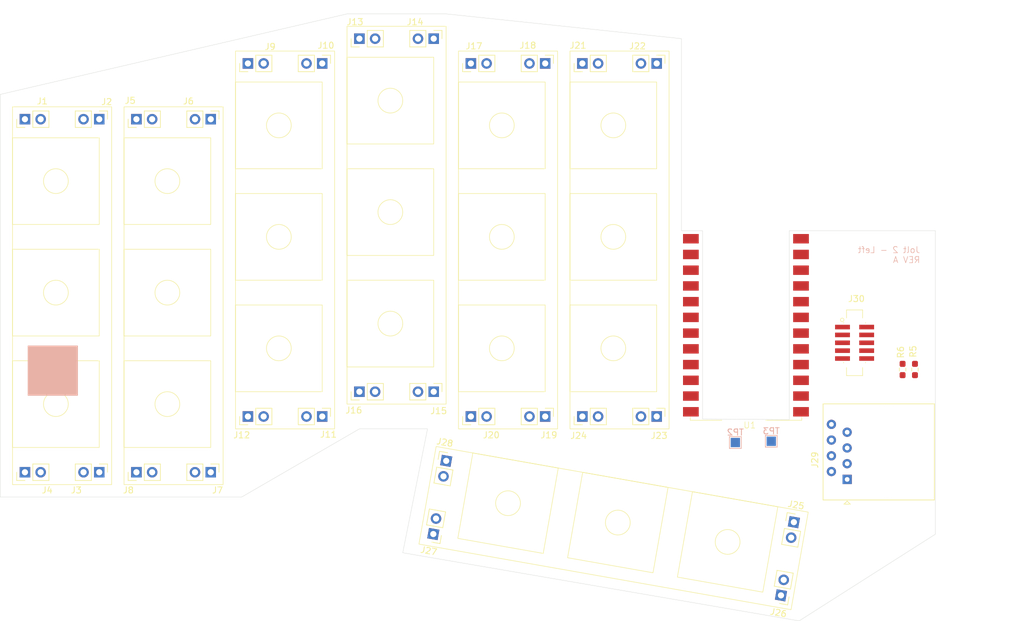
<source format=kicad_pcb>
(kicad_pcb (version 20240108) (generator "pcbnew") (generator_version "8.0")
  (layers (0 "F.Cu" signal) (31 "B.Cu" signal) (34 "B.Paste" user) (35 "F.Paste" user) (36 "B.SilkS" user "B.Silkscreen") (37 "F.SilkS" user "F.Silkscreen") (38 "B.Mask" user) (39 "F.Mask" user) (44 "Edge.Cuts" user))
  (net 0 "")
  (net 1 "/COL-A")
  (net 2 "/ROW-A")
  (net 3 "/ROW-B")
  (net 4 "/ROW-C")
  (net 5 "/ROW-D")
  (net 6 "/ROW-E")
  (net 7 "/ROW-F")
  (net 8 "/COL-B")
  (net 9 "/COL-C")
  (net 10 "/COL-D")
  (net 11 "SERRX")
  (net 12 "SERTX")
  (net 13 "RUN")
  (net 14 "VBUS")
  (net 15 "GND")
  (net 16 "+3.3V")
  (net 17 "Net-(R5-Pad1)")
  (net 18 "Net-(R6-Pad1)")
  (net 19 "SWDIO")
  (net 20 "SWCLK")
  (footprint "Connector_PinHeader_2.54mm:PinHeader_1x02_P2.54mm_Vertical" (layer "F.Cu") (at 95 72 90)
    (property "Reference" "J13" (at 2.7 -0.7 180) (layer "F.SilkS"))
    (property "Value" "Conn_01x02_Pin")
    (fp_line (start -1.33 -1.33) (end 0 -1.33) (stroke (width 0.12)) (layer "F.SilkS"))
    (fp_line (start -1.33 0) (end -1.33 -1.33) (stroke (width 0.12)) (layer "F.SilkS"))
    (fp_line (start 1.33 1.27) (end 1.33 3.87) (stroke (width 0.12)) (layer "F.SilkS"))
    (fp_line (start -1.33 1.27) (end 1.33 1.27) (stroke (width 0.12)) (layer "F.SilkS"))
    (fp_line (start -1.33 1.27) (end -1.33 3.87) (stroke (width 0.12)) (layer "F.SilkS"))
    (fp_line (start -1.33 3.87) (end 1.33 3.87) (stroke (width 0.12)) (layer "F.SilkS"))
    (pad "1" thru_hole rect (at 0 0 90) (size 1.7 1.7) (drill 1) (layers "*.Cu" "*.Mask") (net 8 "/COL-B"))
    (pad "2" thru_hole oval (at 0 2.54 90) (size 1.7 1.7) (drill 1) (layers "*.Cu" "*.Mask") (net 8 "/COL-B"))
  )
  (footprint "Connector_PinHeader_2.54mm:PinHeader_1x02_P2.54mm_Vertical" (layer "F.Cu") (at 113 133 90)
    (property "Reference" "J20" (at -3 3.3 180) (layer "F.SilkS"))
    (property "Value" "Conn_01x02_Pin")
    (fp_line (start -1.33 -1.33) (end 0 -1.33) (stroke (width 0.12)) (layer "F.SilkS"))
    (fp_line (start -1.33 0) (end -1.33 -1.33) (stroke (width 0.12)) (layer "F.SilkS"))
    (fp_line (start 1.33 1.27) (end 1.33 3.87) (stroke (width 0.12)) (layer "F.SilkS"))
    (fp_line (start -1.33 1.27) (end 1.33 1.27) (stroke (width 0.12)) (layer "F.SilkS"))
    (fp_line (start -1.33 1.27) (end -1.33 3.87) (stroke (width 0.12)) (layer "F.SilkS"))
    (fp_line (start -1.33 3.87) (end 1.33 3.87) (stroke (width 0.12)) (layer "F.SilkS"))
    (pad "1" thru_hole rect (at 0 0 90) (size 1.7 1.7) (drill 1) (layers "*.Cu" "*.Mask") (net 4 "/ROW-C"))
    (pad "2" thru_hole oval (at 0 2.54 90) (size 1.7 1.7) (drill 1) (layers "*.Cu" "*.Mask") (net 4 "/ROW-C"))
  )
  (footprint "davidb-keyboard-foot:SparkFun_Pro_Micro_RP2350" (layer "F.Cu") (at 148.52 133.51)
    (property "Reference" "U1" (at 9.5 0.9 0) (layer "F.SilkS") (effects (font (thickness 0.1))))
    (property "Value" "~")
    (fp_line (start -0.1 0.1) (end -0.1 -0.4) (stroke (width 0.1)) (layer "F.SilkS"))
    (fp_line (start 5 0.1) (end -0.1 0.1) (stroke (width 0.1)) (layer "F.SilkS"))
    (fp_line (start 12.1 0.1) (end 17.9 0.1) (stroke (width 0.1)) (layer "F.SilkS"))
    (fp_line (start 17.9 0.1) (end 17.9 -0.4) (stroke (width 0.1)) (layer "F.SilkS"))
    (pad "2" smd rect (at 0 -19.05) (size 2.54 1.524) (layers "F.Cu" "F.Paste" "F.Mask") (net 2 "/ROW-A"))
    (pad "3" smd rect (at 0 -16.51) (size 2.54 1.524) (layers "F.Cu" "F.Paste" "F.Mask") (net 3 "/ROW-B"))
    (pad "3V3" smd rect (at 17.78 -21.59) (size 2.54 1.524) (layers "F.Cu" "F.Paste" "F.Mask") (net 16 "+3.3V"))
    (pad "4" smd rect (at 0 -13.97) (size 2.54 1.524) (layers "F.Cu" "F.Paste" "F.Mask") (net 4 "/ROW-C"))
    (pad "5" smd rect (at 0 -11.43) (size 2.54 1.524) (layers "F.Cu" "F.Paste" "F.Mask") (net 5 "/ROW-D"))
    (pad "6" smd rect (at 0 -8.89) (size 2.54 1.524) (layers "F.Cu" "F.Paste" "F.Mask") (net 6 "/ROW-E"))
    (pad "7" smd rect (at 0 -6.35) (size 2.54 1.524) (layers "F.Cu" "F.Paste" "F.Mask") (net 7 "/ROW-F"))
    (pad "8" smd rect (at 0 -3.81) (size 2.54 1.524) (layers "F.Cu" "F.Paste" "F.Mask"))
    (pad "9" smd rect (at 0 -1.27) (size 2.54 1.524) (layers "F.Cu" "F.Paste" "F.Mask"))
    (pad "21" smd rect (at 17.78 -1.27) (size 2.54 1.524) (layers "F.Cu" "F.Paste" "F.Mask"))
    (pad "A0" smd rect (at 17.78 -11.43) (size 2.54 1.524) (layers "F.Cu" "F.Paste" "F.Mask") (net 1 "/COL-A"))
    (pad "A1" smd rect (at 17.78 -13.97) (size 2.54 1.524) (layers "F.Cu" "F.Paste" "F.Mask") (net 8 "/COL-B"))
    (pad "A2" smd rect (at 17.78 -16.51) (size 2.54 1.524) (layers "F.Cu" "F.Paste" "F.Mask") (net 9 "/COL-C"))
    (pad "A3" smd rect (at 17.78 -19.05) (size 2.54 1.524) (layers "F.Cu" "F.Paste" "F.Mask") (net 10 "/COL-D"))
    (pad "CI" smd rect (at 17.78 -6.35) (size 2.54 1.524) (layers "F.Cu" "F.Paste" "F.Mask"))
    (pad "CO" smd rect (at 17.78 -3.81) (size 2.54 1.524) (layers "F.Cu" "F.Paste" "F.Mask"))
    (pad "GND" smd rect (at 0 -24.13) (size 2.54 1.524) (layers "F.Cu" "F.Paste" "F.Mask") (net 15 "GND"))
    (pad "GND" smd rect (at 0 -21.59) (size 2.54 1.524) (layers "F.Cu" "F.Paste" "F.Mask") (net 15 "GND"))
    (pad "GND" smd rect (at 17.78 -26.67) (size 2.54 1.524) (layers "F.Cu" "F.Paste" "F.Mask") (net 15 "GND"))
    (pad "RAW" smd rect (at 17.78 -29.21) (size 2.54 1.524) (layers "F.Cu" "F.Paste" "F.Mask") (net 14 "VBUS"))
    (pad "RST" smd rect (at 17.78 -24.13) (size 2.54 1.524) (layers "F.Cu" "F.Paste" "F.Mask"))
    (pad "RX" smd rect (at 0 -26.67) (size 2.54 1.524) (layers "F.Cu" "F.Paste" "F.Mask") (net 18 "Net-(R6-Pad1)"))
    (pad "SCK" smd rect (at 17.78 -8.89) (size 2.54 1.524) (layers "F.Cu" "F.Paste" "F.Mask"))
    (pad "TX" smd rect (at 0 -29.21) (size 2.54 1.524) (layers "F.Cu" "F.Paste" "F.Mask") (net 17 "Net-(R5-Pad1)"))
  )
  (footprint "Connector_PinHeader_2.54mm:PinHeader_1x02_P2.54mm_Vertical" (layer "F.Cu") (at 89 76 -90)
    (property "Reference" "J10" (at -2.9 -0.6 180) (layer "F.SilkS"))
    (property "Value" "Conn_01x02_Pin")
    (fp_line (start -1.33 3.87) (end 1.33 3.87) (stroke (width 0.12)) (layer "F.SilkS"))
    (fp_line (start -1.33 1.27) (end -1.33 3.87) (stroke (width 0.12)) (layer "F.SilkS"))
    (fp_line (start -1.33 1.27) (end 1.33 1.27) (stroke (width 0.12)) (layer "F.SilkS"))
    (fp_line (start 1.33 1.27) (end 1.33 3.87) (stroke (width 0.12)) (layer "F.SilkS"))
    (fp_line (start -1.33 0) (end -1.33 -1.33) (stroke (width 0.12)) (layer "F.SilkS"))
    (fp_line (start -1.33 -1.33) (end 0 -1.33) (stroke (width 0.12)) (layer "F.SilkS"))
    (pad "1" thru_hole rect (at 0 0 270) (size 1.7 1.7) (drill 1) (layers "*.Cu" "*.Mask") (net 2 "/ROW-A"))
    (pad "2" thru_hole oval (at 0 2.54 270) (size 1.7 1.7) (drill 1) (layers "*.Cu" "*.Mask") (net 2 "/ROW-A"))
  )
  (footprint "Connector_PinHeader_2.54mm:PinHeader_1x02_P2.54mm_Vertical" (layer "F.Cu") (at 165.1509 150.0605 -10)
    (property "Reference" "J25" (at -0.135557 -2.779198 170) (layer "F.SilkS"))
    (property "Value" "Conn_01x02_Pin")
    (fp_line (start -1.33 3.87) (end 1.33 3.87) (stroke (width 0.12)) (layer "F.SilkS"))
    (fp_line (start -1.329999 1.27) (end -1.33 3.87) (stroke (width 0.12)) (layer "F.SilkS"))
    (fp_line (start -1.329999 1.27) (end 1.33 1.27) (stroke (width 0.12)) (layer "F.SilkS"))
    (fp_line (start -1.33 0) (end -1.33 -1.33) (stroke (width 0.12)) (layer "F.SilkS"))
    (fp_line (start -1.33 -1.33) (end 0 -1.33) (stroke (width 0.12)) (layer "F.SilkS"))
    (fp_line (start 1.33 1.27) (end 1.33 3.87) (stroke (width 0.12)) (layer "F.SilkS"))
    (pad "1" thru_hole rect (at 0 0 350) (size 1.7 1.7) (drill 1) (layers "*.Cu" "*.Mask") (net 10 "/COL-D"))
    (pad "2" thru_hole oval (at 0 2.54 350) (size 1.7 1.7) (drill 1) (layers "*.Cu" "*.Mask") (net 10 "/COL-D"))
  )
  (footprint "Resistor_SMD:R_0603_1608Metric_Pad0.98x0.95mm_HandSolder" (layer "F.Cu") (at 184.7 125.4125 -90)
    (property "Reference" "R5" (at -2.9 0.3 90) (layer "F.SilkS"))
    (property "Value" "27")
    (fp_line (start -0.254724 0.5225) (end 0.254724 0.5225) (stroke (width 0.12)) (layer "F.SilkS"))
    (fp_line (start -0.254724 -0.5225) (end 0.254724 -0.5225) (stroke (width 0.12)) (layer "F.SilkS"))
    (pad "1" smd roundrect (at -0.9125 0 270) (size 0.975 0.95) (layers "F.Cu" "F.Paste" "F.Mask") (net 17 "Net-(R5-Pad1)"))
    (pad "2" smd roundrect (at 0.9125 0 270) (size 0.975 0.95) (layers "F.Cu" "F.Paste" "F.Mask") (net 12 "SERTX"))
  )
  (footprint "Connector_PinHeader_2.54mm:PinHeader_1x02_P2.54mm_Vertical" (layer "F.Cu") (at 59 85 90)
    (property "Reference" "J5" (at 3 -1 180) (layer "F.SilkS"))
    (property "Value" "Conn_01x02_Pin")
    (fp_line (start -1.33 -1.33) (end 0 -1.33) (stroke (width 0.12)) (layer "F.SilkS"))
    (fp_line (start -1.33 0) (end -1.33 -1.33) (stroke (width 0.12)) (layer "F.SilkS"))
    (fp_line (start 1.33 1.27) (end 1.33 3.87) (stroke (width 0.12)) (layer "F.SilkS"))
    (fp_line (start -1.33 1.27) (end 1.33 1.27) (stroke (width 0.12)) (layer "F.SilkS"))
    (fp_line (start -1.33 1.27) (end -1.33 3.87) (stroke (width 0.12)) (layer "F.SilkS"))
    (fp_line (start -1.33 3.87) (end 1.33 3.87) (stroke (width 0.12)) (layer "F.SilkS"))
    (pad "1" thru_hole rect (at 0 0 90) (size 1.7 1.7) (drill 1) (layers "*.Cu" "*.Mask") (net 1 "/COL-A"))
    (pad "2" thru_hole oval (at 0 2.54 90) (size 1.7 1.7) (drill 1) (layers "*.Cu" "*.Mask") (net 1 "/COL-A"))
  )
  (footprint "Connector_RJ:RJ45_Amphenol_54602-x08_Horizontal" (layer "F.Cu") (at 173.75 143.16 90)
    (property "Reference" "J29" (at 3.145 -5.2 90) (layer "F.SilkS"))
    (property "Value" "RJ45")
    (fp_line (start 12.205 -3.88) (end -3.315 -3.88) (stroke (width 0.12)) (layer "F.SilkS"))
    (fp_line (start 12.205 -3.88) (end 12.205 14.08) (stroke (width 0.12)) (layer "F.SilkS"))
    (fp_line (start -3.315 -3.88) (end -3.315 14.08) (stroke (width 0.12)) (layer "F.SilkS"))
    (fp_line (start -4 -0.5) (end -4 0.5) (stroke (width 0.12)) (layer "F.SilkS"))
    (fp_line (start -3.5 0) (end -4 -0.5) (stroke (width 0.12)) (layer "F.SilkS"))
    (fp_line (start -4 0.5) (end -3.5 0) (stroke (width 0.12)) (layer "F.SilkS"))
    (fp_line (start -3.315 14.08) (end 12.205 14.08) (stroke (width 0.12)) (layer "F.SilkS"))
    (pad "" np_thru_hole circle (at -1.27 6.35 90) (size 3.2 3.2) (drill 3.2) (layers "*.Cu" "*.Mask"))
    (pad "" np_thru_hole circle (at 10.16 6.35 90) (size 3.2 3.2) (drill 3.2) (layers "*.Cu" "*.Mask"))
    (pad "1" thru_hole rect (at 0 0 90) (size 1.5 1.5) (drill 0.76) (layers "*.Cu" "*.Mask") (net 11 "SERRX"))
    (pad "2" thru_hole circle (at 1.27 -2.54 90) (size 1.5 1.5) (drill 0.76) (layers "*.Cu" "*.Mask") (net 15 "GND"))
    (pad "3" thru_hole circle (at 2.54 0 90) (size 1.5 1.5) (drill 0.76) (layers "*.Cu" "*.Mask") (net 12 "SERTX"))
    (pad "4" thru_hole circle (at 3.81 -2.54 90) (size 1.5 1.5) (drill 0.76) (layers "*.Cu" "*.Mask") (net 14 "VBUS"))
    (pad "5" thru_hole circle (at 5.08 0 90) (size 1.5 1.5) (drill 0.76) (layers "*.Cu" "*.Mask") (net 14 "VBUS"))
    (pad "6" thru_hole circle (at 6.35 -2.54 90) (size 1.5 1.5) (drill 0.76) (layers "*.Cu" "*.Mask") (net 15 "GND"))
    (pad "7" thru_hole circle (at 7.62 0 90) (size 1.5 1.5) (drill 0.76) (layers "*.Cu" "*.Mask") (net 15 "GND"))
    (pad "8" thru_hole circle (at 8.89 -2.54 90) (size 1.5 1.5) (drill 0.76) (layers "*.Cu" "*.Mask") (net 15 "GND"))
  )
  (footprint "Connector_PinHeader_2.54mm:PinHeader_1x02_P2.54mm_Vertical" (layer "F.Cu") (at 77 133 90)
    (property "Reference" "J12" (at -3 -1 180) (layer "F.SilkS"))
    (property "Value" "Conn_01x02_Pin")
    (fp_line (start -1.33 -1.33) (end 0 -1.33) (stroke (width 0.12)) (layer "F.SilkS"))
    (fp_line (start -1.33 0) (end -1.33 -1.33) (stroke (width 0.12)) (layer "F.SilkS"))
    (fp_line (start 1.33 1.27) (end 1.33 3.87) (stroke (width 0.12)) (layer "F.SilkS"))
    (fp_line (start -1.33 1.27) (end 1.33 1.27) (stroke (width 0.12)) (layer "F.SilkS"))
    (fp_line (start -1.33 1.27) (end -1.33 3.87) (stroke (width 0.12)) (layer "F.SilkS"))
    (fp_line (start -1.33 3.87) (end 1.33 3.87) (stroke (width 0.12)) (layer "F.SilkS"))
    (pad "1" thru_hole rect (at 0 0 90) (size 1.7 1.7) (drill 1) (layers "*.Cu" "*.Mask") (net 4 "/ROW-C"))
    (pad "2" thru_hole oval (at 0 2.54 90) (size 1.7 1.7) (drill 1) (layers "*.Cu" "*.Mask") (net 4 "/ROW-C"))
  )
  (footprint "Connector_PinHeader_2.54mm:PinHeader_1x02_P2.54mm_Vertical" (layer "F.Cu") (at 53 85 -90)
    (property "Reference" "J2" (at -2.8 -1.2 180) (layer "F.SilkS"))
    (property "Value" "Conn_01x02_Pin")
    (fp_line (start -1.33 3.87) (end 1.33 3.87) (stroke (width 0.12)) (layer "F.SilkS"))
    (fp_line (start -1.33 1.27) (end -1.33 3.87) (stroke (width 0.12)) (layer "F.SilkS"))
    (fp_line (start -1.33 1.27) (end 1.33 1.27) (stroke (width 0.12)) (layer "F.SilkS"))
    (fp_line (start 1.33 1.27) (end 1.33 3.87) (stroke (width 0.12)) (layer "F.SilkS"))
    (fp_line (start -1.33 0) (end -1.33 -1.33) (stroke (width 0.12)) (layer "F.SilkS"))
    (fp_line (start -1.33 -1.33) (end 0 -1.33) (stroke (width 0.12)) (layer "F.SilkS"))
    (pad "1" thru_hole rect (at 0 0 270) (size 1.7 1.7) (drill 1) (layers "*.Cu" "*.Mask") (net 2 "/ROW-A"))
    (pad "2" thru_hole oval (at 0 2.54 270) (size 1.7 1.7) (drill 1) (layers "*.Cu" "*.Mask") (net 2 "/ROW-A"))
  )
  (footprint "Connector_PinHeader_2.54mm:PinHeader_1x02_P2.54mm_Vertical" (layer "F.Cu") (at 77 76 90)
    (property "Reference" "J9" (at 2.7 3.6 180) (layer "F.SilkS"))
    (property "Value" "Conn_01x02_Pin")
    (fp_line (start -1.33 -1.33) (end 0 -1.33) (stroke (width 0.12)) (layer "F.SilkS"))
    (fp_line (start -1.33 0) (end -1.33 -1.33) (stroke (width 0.12)) (layer "F.SilkS"))
    (fp_line (start 1.33 1.27) (end 1.33 3.87) (stroke (width 0.12)) (layer "F.SilkS"))
    (fp_line (start -1.33 1.27) (end 1.33 1.27) (stroke (width 0.12)) (layer "F.SilkS"))
    (fp_line (start -1.33 1.27) (end -1.33 3.87) (stroke (width 0.12)) (layer "F.SilkS"))
    (fp_line (start -1.33 3.87) (end 1.33 3.87) (stroke (width 0.12)) (layer "F.SilkS"))
    (pad "1" thru_hole rect (at 0 0 90) (size 1.7 1.7) (drill 1) (layers "*.Cu" "*.Mask") (net 8 "/COL-B"))
    (pad "2" thru_hole oval (at 0 2.54 90) (size 1.7 1.7) (drill 1) (layers "*.Cu" "*.Mask") (net 8 "/COL-B"))
  )
  (footprint "Connector_PinHeader_2.54mm:PinHeader_1x02_P2.54mm_Vertical" (layer "F.Cu") (at 131 76 90)
    (property "Reference" "J21" (at 2.9 -0.7 180) (layer "F.SilkS"))
    (property "Value" "Conn_01x02_Pin")
    (fp_line (start -1.33 -1.33) (end 0 -1.33) (stroke (width 0.12)) (layer "F.SilkS"))
    (fp_line (start -1.33 0) (end -1.33 -1.33) (stroke (width 0.12)) (layer "F.SilkS"))
    (fp_line (start 1.33 1.27) (end 1.33 3.87) (stroke (width 0.12)) (layer "F.SilkS"))
    (fp_line (start -1.33 1.27) (end 1.33 1.27) (stroke (width 0.12)) (layer "F.SilkS"))
    (fp_line (start -1.33 1.27) (end -1.33 3.87) (stroke (width 0.12)) (layer "F.SilkS"))
    (fp_line (start -1.33 3.87) (end 1.33 3.87) (stroke (width 0.12)) (layer "F.SilkS"))
    (pad "1" thru_hole rect (at 0 0 90) (size 1.7 1.7) (drill 1) (layers "*.Cu" "*.Mask") (net 9 "/COL-C"))
    (pad "2" thru_hole oval (at 0 2.54 90) (size 1.7 1.7) (drill 1) (layers "*.Cu" "*.Mask") (net 9 "/COL-C"))
  )
  (footprint "Connector_PinHeader_2.54mm:PinHeader_1x02_P2.54mm_Vertical" (layer "F.Cu") (at 125 76 -90)
    (property "Reference" "J18" (at -2.9 2.8 180) (layer "F.SilkS"))
    (property "Value" "Conn_01x02_Pin")
    (fp_line (start -1.33 3.87) (end 1.33 3.87) (stroke (width 0.12)) (layer "F.SilkS"))
    (fp_line (start -1.33 1.27) (end -1.33 3.87) (stroke (width 0.12)) (layer "F.SilkS"))
    (fp_line (start -1.33 1.27) (end 1.33 1.27) (stroke (width 0.12)) (layer "F.SilkS"))
    (fp_line (start 1.33 1.27) (end 1.33 3.87) (stroke (width 0.12)) (layer "F.SilkS"))
    (fp_line (start -1.33 0) (end -1.33 -1.33) (stroke (width 0.12)) (layer "F.SilkS"))
    (fp_line (start -1.33 -1.33) (end 0 -1.33) (stroke (width 0.12)) (layer "F.SilkS"))
    (pad "1" thru_hole rect (at 0 0 270) (size 1.7 1.7) (drill 1) (layers "*.Cu" "*.Mask") (net 2 "/ROW-A"))
    (pad "2" thru_hole oval (at 0 2.54 270) (size 1.7 1.7) (drill 1) (layers "*.Cu" "*.Mask") (net 2 "/ROW-A"))
  )
  (footprint "davidb-keyboard-foot:Cortex-M-Debug10" (layer "F.Cu") (at 174.95 121.1)
    (property "Reference" "J30" (at 0.3 -7.1 0) (layer "F.SilkS"))
    (property "Value" "Conn_ARM_JTAG_SWD_10")
    (fp_line (start -1.765 -3.235) (end -1.765 -3.17) (stroke (width 0.12)) (layer "F.SilkS"))
    (fp_line (start -1.765 3.17) (end -1.765 3.235) (stroke (width 0.12)) (layer "F.SilkS"))
    (fp_line (start -1.3 -5.3) (end 1.3 -5.3) (stroke (width 0.1)) (layer "F.SilkS"))
    (fp_line (start -1.3 -4) (end -1.3 -5.3) (stroke (width 0.1)) (layer "F.SilkS"))
    (fp_line (start -1.3 4) (end -1.3 5.3) (stroke (width 0.1)) (layer "F.SilkS"))
    (fp_line (start -1.3 5.3) (end 1.3 5.3) (stroke (width 0.1)) (layer "F.SilkS"))
    (fp_line (start 1.3 -5.3) (end 1.3 -4) (stroke (width 0.1)) (layer "F.SilkS"))
    (fp_line (start 1.3 5.3) (end 1.3 4) (stroke (width 0.1)) (layer "F.SilkS"))
    (fp_line (start 1.765 -3.235) (end 1.765 -3.17) (stroke (width 0.12)) (layer "F.SilkS"))
    (fp_line (start 1.765 3.17) (end 1.765 3.235) (stroke (width 0.12)) (layer "F.SilkS"))
    (fp_circle (center -2 -3.7) (end -1.8 -3.9) (stroke (width 0.1)) (fill none) (layer "F.SilkS"))
    (pad "1" smd rect (at -1.95 -2.54) (size 2.4 0.74) (layers "F.Cu" "F.Paste" "F.Mask") (net 16 "+3.3V"))
    (pad "2" smd rect (at 1.95 -2.54) (size 2.4 0.74) (layers "F.Cu" "F.Paste" "F.Mask") (net 19 "SWDIO"))
    (pad "3" smd rect (at -1.95 -1.27) (size 2.4 0.74) (layers "F.Cu" "F.Paste" "F.Mask") (net 15 "GND"))
    (pad "4" smd rect (at 1.95 -1.27) (size 2.4 0.74) (layers "F.Cu" "F.Paste" "F.Mask") (net 20 "SWCLK"))
    (pad "5" smd rect (at -1.95 0) (size 2.4 0.74) (layers "F.Cu" "F.Paste" "F.Mask") (net 15 "GND"))
    (pad "6" smd rect (at 1.95 0) (size 2.4 0.74) (layers "F.Cu" "F.Paste" "F.Mask"))
    (pad "7" smd rect (at -1.95 1.27) (size 2.4 0.74) (layers "F.Cu" "F.Paste" "F.Mask"))
    (pad "8" smd rect (at 1.95 1.27) (size 2.4 0.74) (layers "F.Cu" "F.Paste" "F.Mask"))
    (pad "9" smd rect (at -1.95 2.54) (size 2.4 0.74) (layers "F.Cu" "F.Paste" "F.Mask") (net 15 "GND"))
    (pad "10" smd rect (at 1.95 2.54) (size 2.4 0.74) (layers "F.Cu" "F.Paste" "F.Mask") (net 13 "RUN"))
  )
  (footprint "Connector_PinHeader_2.54mm:PinHeader_1x02_P2.54mm_Vertical" (layer "F.Cu") (at 107 129 -90)
    (property "Reference" "J15" (at 3.1 -0.8 180) (layer "F.SilkS"))
    (property "Value" "Conn_01x02_Pin")
    (fp_line (start -1.33 3.87) (end 1.33 3.87) (stroke (width 0.12)) (layer "F.SilkS"))
    (fp_line (start -1.33 1.27) (end -1.33 3.87) (stroke (width 0.12)) (layer "F.SilkS"))
    (fp_line (start -1.33 1.27) (end 1.33 1.27) (stroke (width 0.12)) (layer "F.SilkS"))
    (fp_line (start 1.33 1.27) (end 1.33 3.87) (stroke (width 0.12)) (layer "F.SilkS"))
    (fp_line (start -1.33 0) (end -1.33 -1.33) (stroke (width 0.12)) (layer "F.SilkS"))
    (fp_line (start -1.33 -1.33) (end 0 -1.33) (stroke (width 0.12)) (layer "F.SilkS"))
    (pad "1" thru_hole rect (at 0 0 270) (size 1.7 1.7) (drill 1) (layers "*.Cu" "*.Mask") (net 6 "/ROW-E"))
    (pad "2" thru_hole oval (at 0 2.54 270) (size 1.7 1.7) (drill 1) (layers "*.Cu" "*.Mask") (net 6 "/ROW-E"))
  )
  (footprint "Connector_PinHeader_2.54mm:PinHeader_1x02_P2.54mm_Vertical" (layer "F.Cu") (at 106.9331 151.9803 170)
    (property "Reference" "J27" (at 0.24966 -2.805717 170) (layer "F.SilkS"))
    (property "Value" "Conn_01x02_Pin")
    (fp_line (start 1.33 1.27) (end 1.33 3.87) (stroke (width 0.12)) (layer "F.SilkS"))
    (fp_line (start -1.33 -1.33) (end 0 -1.33) (stroke (width 0.12)) (layer "F.SilkS"))
    (fp_line (start -1.33 0) (end -1.33 -1.33) (stroke (width 0.12)) (layer "F.SilkS"))
    (fp_line (start -1.329999 1.27) (end 1.33 1.27) (stroke (width 0.12)) (layer "F.SilkS"))
    (fp_line (start -1.329999 1.27) (end -1.33 3.87) (stroke (width 0.12)) (layer "F.SilkS"))
    (fp_line (start -1.33 3.87) (end 1.33 3.87) (stroke (width 0.12)) (layer "F.SilkS"))
    (pad "1" thru_hole rect (at 0 0 170) (size 1.7 1.7) (drill 1) (layers "*.Cu" "*.Mask") (net 3 "/ROW-B"))
    (pad "2" thru_hole oval (at 0 2.54 170) (size 1.7 1.7) (drill 1) (layers "*.Cu" "*.Mask") (net 3 "/ROW-B"))
  )
  (footprint "Connector_PinHeader_2.54mm:PinHeader_1x02_P2.54mm_Vertical" (layer "F.Cu") (at 163.0671 161.8782 170)
    (property "Reference" "J26" (at -0.091546 -2.849181 170) (layer "F.SilkS"))
    (property "Value" "Conn_01x02_Pin")
    (fp_line (start 1.33 1.27) (end 1.33 3.87) (stroke (width 0.12)) (layer "F.SilkS"))
    (fp_line (start -1.33 -1.33) (end 0 -1.33) (stroke (width 0.12)) (layer "F.SilkS"))
    (fp_line (start -1.33 0) (end -1.33 -1.33) (stroke (width 0.12)) (layer "F.SilkS"))
    (fp_line (start -1.329999 1.27) (end 1.33 1.27) (stroke (width 0.12)) (layer "F.SilkS"))
    (fp_line (start -1.329999 1.27) (end -1.33 3.87) (stroke (width 0.12)) (layer "F.SilkS"))
    (fp_line (start -1.33 3.87) (end 1.33 3.87) (stroke (width 0.12)) (layer "F.SilkS"))
    (pad "1" thru_hole rect (at 0 0 170) (size 1.7 1.7) (drill 1) (layers "*.Cu" "*.Mask") (net 2 "/ROW-A"))
    (pad "2" thru_hole oval (at 0 2.54 170) (size 1.7 1.7) (drill 1) (layers "*.Cu" "*.Mask") (net 2 "/ROW-A"))
  )
  (footprint "Connector_PinHeader_2.54mm:PinHeader_1x02_P2.54mm_Vertical" (layer "F.Cu") (at 113 76 90)
    (property "Reference" "J17" (at 2.8 0.5 180) (layer "F.SilkS"))
    (property "Value" "Conn_01x02_Pin")
    (fp_line (start -1.33 -1.33) (end 0 -1.33) (stroke (width 0.12)) (layer "F.SilkS"))
    (fp_line (start -1.33 0) (end -1.33 -1.33) (stroke (width 0.12)) (layer "F.SilkS"))
    (fp_line (start 1.33 1.27) (end 1.33 3.87) (stroke (width 0.12)) (layer "F.SilkS"))
    (fp_line (start -1.33 1.27) (end 1.33 1.27) (stroke (width 0.12)) (layer "F.SilkS"))
    (fp_line (start -1.33 1.27) (end -1.33 3.87) (stroke (width 0.12)) (layer "F.SilkS"))
    (fp_line (start -1.33 3.87) (end 1.33 3.87) (stroke (width 0.12)) (layer "F.SilkS"))
    (pad "1" thru_hole rect (at 0 0 90) (size 1.7 1.7) (drill 1) (layers "*.Cu" "*.Mask") (net 9 "/COL-C"))
    (pad "2" thru_hole oval (at 0 2.54 90) (size 1.7 1.7) (drill 1) (layers "*.Cu" "*.Mask") (net 9 "/COL-C"))
  )
  (footprint "Connector_PinHeader_2.54mm:PinHeader_1x02_P2.54mm_Vertical" (layer "F.Cu") (at 71 142 -90)
    (property "Reference" "J7" (at 2.9 -1.1 180) (layer "F.SilkS"))
    (property "Value" "Conn_01x02_Pin")
    (fp_line (start -1.33 3.87) (end 1.33 3.87) (stroke (width 0.12)) (layer "F.SilkS"))
    (fp_line (start -1.33 1.27) (end -1.33 3.87) (stroke (width 0.12)) (layer "F.SilkS"))
    (fp_line (start -1.33 1.27) (end 1.33 1.27) (stroke (width 0.12)) (layer "F.SilkS"))
    (fp_line (start 1.33 1.27) (end 1.33 3.87) (stroke (width 0.12)) (layer "F.SilkS"))
    (fp_line (start -1.33 0) (end -1.33 -1.33) (stroke (width 0.12)) (layer "F.SilkS"))
    (fp_line (start -1.33 -1.33) (end 0 -1.33) (stroke (width 0.12)) (layer "F.SilkS"))
    (pad "1" thru_hole rect (at 0 0 270) (size 1.7 1.7) (drill 1) (layers "*.Cu" "*.Mask") (net 6 "/ROW-E"))
    (pad "2" thru_hole oval (at 0 2.54 270) (size 1.7 1.7) (drill 1) (layers "*.Cu" "*.Mask") (net 6 "/ROW-E"))
  )
  (footprint "Connector_PinHeader_2.54mm:PinHeader_1x02_P2.54mm_Vertical" (layer "F.Cu") (at 143 76 -90)
    (property "Reference" "J22" (at -2.8 3.1 180) (layer "F.SilkS"))
    (property "Value" "Conn_01x02_Pin")
    (fp_line (start -1.33 3.87) (end 1.33 3.87) (stroke (width 0.12)) (layer "F.SilkS"))
    (fp_line (start -1.33 1.27) (end -1.33 3.87) (stroke (width 0.12)) (layer "F.SilkS"))
    (fp_line (start -1.33 1.27) (end 1.33 1.27) (stroke (width 0.12)) (layer "F.SilkS"))
    (fp_line (start 1.33 1.27) (end 1.33 3.87) (stroke (width 0.12)) (layer "F.SilkS"))
    (fp_line (start -1.33 0) (end -1.33 -1.33) (stroke (width 0.12)) (layer "F.SilkS"))
    (fp_line (start -1.33 -1.33) (end 0 -1.33) (stroke (width 0.12)) (layer "F.SilkS"))
    (pad "1" thru_hole rect (at 0 0 270) (size 1.7 1.7) (drill 1) (layers "*.Cu" "*.Mask") (net 5 "/ROW-D"))
    (pad "2" thru_hole oval (at 0 2.54 270) (size 1.7 1.7) (drill 1) (layers "*.Cu" "*.Mask") (net 5 "/ROW-D"))
  )
  (footprint "Connector_PinHeader_2.54mm:PinHeader_1x02_P2.54mm_Vertical" (layer "F.Cu") (at 89 133 -90)
    (property "Reference" "J11" (at 2.9 -1 180) (layer "F.SilkS"))
    (property "Value" "Conn_01x02_Pin")
    (fp_line (start -1.33 3.87) (end 1.33 3.87) (stroke (width 0.12)) (layer "F.SilkS"))
    (fp_line (start -1.33 1.27) (end -1.33 3.87) (stroke (width 0.12)) (layer "F.SilkS"))
    (fp_line (start -1.33 1.27) (end 1.33 1.27) (stroke (width 0.12)) (layer "F.SilkS"))
    (fp_line (start 1.33 1.27) (end 1.33 3.87) (stroke (width 0.12)) (layer "F.SilkS"))
    (fp_line (start -1.33 0) (end -1.33 -1.33) (stroke (width 0.12)) (layer "F.SilkS"))
    (fp_line (start -1.33 -1.33) (end 0 -1.33) (stroke (width 0.12)) (layer "F.SilkS"))
    (pad "1" thru_hole rect (at 0 0 270) (size 1.7 1.7) (drill 1) (layers "*.Cu" "*.Mask") (net 3 "/ROW-B"))
    (pad "2" thru_hole oval (at 0 2.54 270) (size 1.7 1.7) (drill 1) (layers "*.Cu" "*.Mask") (net 3 "/ROW-B"))
  )
  (footprint "Resistor_SMD:R_0603_1608Metric_Pad0.98x0.95mm_HandSolder" (layer "F.Cu") (at 182.7 125.4125 -90)
    (property "Reference" "R6" (at -2.8 0.3 90) (layer "F.SilkS"))
    (property "Value" "27")
    (fp_line (start -0.254724 0.5225) (end 0.254724 0.5225) (stroke (width 0.12)) (layer "F.SilkS"))
    (fp_line (start -0.254724 -0.5225) (end 0.254724 -0.5225) (stroke (width 0.12)) (layer "F.SilkS"))
    (pad "1" smd roundrect (at -0.9125 0 270) (size 0.975 0.95) (layers "F.Cu" "F.Paste" "F.Mask") (net 18 "Net-(R6-Pad1)"))
    (pad "2" smd roundrect (at 0.9125 0 270) (size 0.975 0.95) (layers "F.Cu" "F.Paste" "F.Mask") (net 11 "SERRX"))
  )
  (footprint "Connector_PinHeader_2.54mm:PinHeader_1x02_P2.54mm_Vertical" (layer "F.Cu") (at 71 85 -90)
    (property "Reference" "J6" (at -2.9 3.6 180) (layer "F.SilkS"))
    (property "Value" "Conn_01x02_Pin")
    (fp_line (start -1.33 3.87) (end 1.33 3.87) (stroke (width 0.12)) (layer "F.SilkS"))
    (fp_line (start -1.33 1.27) (end -1.33 3.87) (stroke (width 0.12)) (layer "F.SilkS"))
    (fp_line (start -1.33 1.27) (end 1.33 1.27) (stroke (width 0.12)) (layer "F.SilkS"))
    (fp_line (start 1.33 1.27) (end 1.33 3.87) (stroke (width 0.12)) (layer "F.SilkS"))
    (fp_line (start -1.33 0) (end -1.33 -1.33) (stroke (width 0.12)) (layer "F.SilkS"))
    (fp_line (start -1.33 -1.33) (end 0 -1.33) (stroke (width 0.12)) (layer "F.SilkS"))
    (pad "1" thru_hole rect (at 0 0 270) (size 1.7 1.7) (drill 1) (layers "*.Cu" "*.Mask") (net 5 "/ROW-D"))
    (pad "2" thru_hole oval (at 0 2.54 270) (size 1.7 1.7) (drill 1) (layers "*.Cu" "*.Mask") (net 5 "/ROW-D"))
  )
  (footprint "Connector_PinHeader_2.54mm:PinHeader_1x02_P2.54mm_Vertical" (layer "F.Cu") (at 131 133 90)
    (property "Reference" "J24" (at -3.1 -0.6 180) (layer "F.SilkS"))
    (property "Value" "Conn_01x02_Pin")
    (fp_line (start -1.33 -1.33) (end 0 -1.33) (stroke (width 0.12)) (layer "F.SilkS"))
    (fp_line (start -1.33 0) (end -1.33 -1.33) (stroke (width 0.12)) (layer "F.SilkS"))
    (fp_line (start 1.33 1.27) (end 1.33 3.87) (stroke (width 0.12)) (layer "F.SilkS"))
    (fp_line (start -1.33 1.27) (end 1.33 1.27) (stroke (width 0.12)) (layer "F.SilkS"))
    (fp_line (start -1.33 1.27) (end -1.33 3.87) (stroke (width 0.12)) (layer "F.SilkS"))
    (fp_line (start -1.33 3.87) (end 1.33 3.87) (stroke (width 0.12)) (layer "F.SilkS"))
    (pad "1" thru_hole rect (at 0 0 90) (size 1.7 1.7) (drill 1) (layers "*.Cu" "*.Mask") (net 7 "/ROW-F"))
    (pad "2" thru_hole oval (at 0 2.54 90) (size 1.7 1.7) (drill 1) (layers "*.Cu" "*.Mask") (net 7 "/ROW-F"))
  )
  (footprint "Connector_PinHeader_2.54mm:PinHeader_1x02_P2.54mm_Vertical" (layer "F.Cu") (at 53 142 -90)
    (property "Reference" "J3" (at 2.9 3.7 180) (layer "F.SilkS"))
    (property "Value" "Conn_01x02_Pin")
    (fp_line (start -1.33 3.87) (end 1.33 3.87) (stroke (width 0.12)) (layer "F.SilkS"))
    (fp_line (start -1.33 1.27) (end -1.33 3.87) (stroke (width 0.12)) (layer "F.SilkS"))
    (fp_line (start -1.33 1.27) (end 1.33 1.27) (stroke (width 0.12)) (layer "F.SilkS"))
    (fp_line (start 1.33 1.27) (end 1.33 3.87) (stroke (width 0.12)) (layer "F.SilkS"))
    (fp_line (start -1.33 0) (end -1.33 -1.33) (stroke (width 0.12)) (layer "F.SilkS"))
    (fp_line (start -1.33 -1.33) (end 0 -1.33) (stroke (width 0.12)) (layer "F.SilkS"))
    (pad "1" thru_hole rect (at 0 0 270) (size 1.7 1.7) (drill 1) (layers "*.Cu" "*.Mask") (net 3 "/ROW-B"))
    (pad "2" thru_hole oval (at 0 2.54 270) (size 1.7 1.7) (drill 1) (layers "*.Cu" "*.Mask") (net 3 "/ROW-B"))
  )
  (footprint "Connector_PinHeader_2.54mm:PinHeader_1x02_P2.54mm_Vertical" (layer "F.Cu") (at 41 85 90)
    (property "Reference" "J1" (at 2.9 2.8 180) (layer "F.SilkS"))
    (property "Value" "Conn_01x02_Pin")
    (fp_line (start -1.33 -1.33) (end 0 -1.33) (stroke (width 0.12)) (layer "F.SilkS"))
    (fp_line (start -1.33 0) (end -1.33 -1.33) (stroke (width 0.12)) (layer "F.SilkS"))
    (fp_line (start 1.33 1.27) (end 1.33 3.87) (stroke (width 0.12)) (layer "F.SilkS"))
    (fp_line (start -1.33 1.27) (end 1.33 1.27) (stroke (width 0.12)) (layer "F.SilkS"))
    (fp_line (start -1.33 1.27) (end -1.33 3.87) (stroke (width 0.12)) (layer "F.SilkS"))
    (fp_line (start -1.33 3.87) (end 1.33 3.87) (stroke (width 0.12)) (layer "F.SilkS"))
    (pad "1" thru_hole rect (at 0 0 90) (size 1.7 1.7) (drill 1) (layers "*.Cu" "*.Mask") (net 1 "/COL-A"))
    (pad "2" thru_hole oval (at 0 2.54 90) (size 1.7 1.7) (drill 1) (layers "*.Cu" "*.Mask") (net 1 "/COL-A"))
  )
  (footprint "Connector_PinHeader_2.54mm:PinHeader_1x02_P2.54mm_Vertical" (layer "F.Cu") (at 125 133 -90)
    (property "Reference" "J19" (at 3 -0.6 180) (layer "F.SilkS"))
    (property "Value" "Conn_01x02_Pin")
    (fp_line (start -1.33 3.87) (end 1.33 3.87) (stroke (width 0.12)) (layer "F.SilkS"))
    (fp_line (start -1.33 1.27) (end -1.33 3.87) (stroke (width 0.12)) (layer "F.SilkS"))
    (fp_line (start -1.33 1.27) (end 1.33 1.27) (stroke (width 0.12)) (layer "F.SilkS"))
    (fp_line (start 1.33 1.27) (end 1.33 3.87) (stroke (width 0.12)) (layer "F.SilkS"))
    (fp_line (start -1.33 0) (end -1.33 -1.33) (stroke (width 0.12)) (layer "F.SilkS"))
    (fp_line (start -1.33 -1.33) (end 0 -1.33) (stroke (width 0.12)) (layer "F.SilkS"))
    (pad "1" thru_hole rect (at 0 0 270) (size 1.7 1.7) (drill 1) (layers "*.Cu" "*.Mask") (net 3 "/ROW-B"))
    (pad "2" thru_hole oval (at 0 2.54 270) (size 1.7 1.7) (drill 1) (layers "*.Cu" "*.Mask") (net 3 "/ROW-B"))
  )
  (footprint "Connector_PinHeader_2.54mm:PinHeader_1x02_P2.54mm_Vertical" (layer "F.Cu") (at 95 129 90)
    (property "Reference" "J16" (at -3 -0.9 180) (layer "F.SilkS"))
    (property "Value" "Conn_01x02_Pin")
    (fp_line (start -1.33 -1.33) (end 0 -1.33) (stroke (width 0.12)) (layer "F.SilkS"))
    (fp_line (start -1.33 0) (end -1.33 -1.33) (stroke (width 0.12)) (layer "F.SilkS"))
    (fp_line (start 1.33 1.27) (end 1.33 3.87) (stroke (width 0.12)) (layer "F.SilkS"))
    (fp_line (start -1.33 1.27) (end 1.33 1.27) (stroke (width 0.12)) (layer "F.SilkS"))
    (fp_line (start -1.33 1.27) (end -1.33 3.87) (stroke (width 0.12)) (layer "F.SilkS"))
    (fp_line (start -1.33 3.87) (end 1.33 3.87) (stroke (width 0.12)) (layer "F.SilkS"))
    (pad "1" thru_hole rect (at 0 0 90) (size 1.7 1.7) (drill 1) (layers "*.Cu" "*.Mask") (net 7 "/ROW-F"))
    (pad "2" thru_hole oval (at 0 2.54 90) (size 1.7 1.7) (drill 1) (layers "*.Cu" "*.Mask") (net 7 "/ROW-F"))
  )
  (footprint "Connector_PinHeader_2.54mm:PinHeader_1x02_P2.54mm_Vertical" (layer "F.Cu") (at 41 142 90)
    (property "Reference" "J4" (at -2.9 3.6 180) (layer "F.SilkS"))
    (property "Value" "Conn_01x02_Pin")
    (fp_line (start -1.33 -1.33) (end 0 -1.33) (stroke (width 0.12)) (layer "F.SilkS"))
    (fp_line (start -1.33 0) (end -1.33 -1.33) (stroke (width 0.12)) (layer "F.SilkS"))
    (fp_line (start 1.33 1.27) (end 1.33 3.87) (stroke (width 0.12)) (layer "F.SilkS"))
    (fp_line (start -1.33 1.27) (end 1.33 1.27) (stroke (width 0.12)) (layer "F.SilkS"))
    (fp_line (start -1.33 1.27) (end -1.33 3.87) (stroke (width 0.12)) (layer "F.SilkS"))
    (fp_line (start -1.33 3.87) (end 1.33 3.87) (stroke (width 0.12)) (layer "F.SilkS"))
    (pad "1" thru_hole rect (at 0 0 90) (size 1.7 1.7) (drill 1) (layers "*.Cu" "*.Mask") (net 4 "/ROW-C"))
    (pad "2" thru_hole oval (at 0 2.54 90) (size 1.7 1.7) (drill 1) (layers "*.Cu" "*.Mask") (net 4 "/ROW-C"))
  )
  (footprint "Connector_PinHeader_2.54mm:PinHeader_1x02_P2.54mm_Vertical" (layer "F.Cu") (at 143 133 -90)
    (property "Reference" "J23" (at 3.1 -0.4 180) (layer "F.SilkS"))
    (property "Value" "Conn_01x02_Pin")
    (fp_line (start -1.33 3.87) (end 1.33 3.87) (stroke (width 0.12)) (layer "F.SilkS"))
    (fp_line (start -1.33 1.27) (end -1.33 3.87) (stroke (width 0.12)) (layer "F.SilkS"))
    (fp_line (start -1.33 1.27) (end 1.33 1.27) (stroke (width 0.12)) (layer "F.SilkS"))
    (fp_line (start 1.33 1.27) (end 1.33 3.87) (stroke (width 0.12)) (layer "F.SilkS"))
    (fp_line (start -1.33 0) (end -1.33 -1.33) (stroke (width 0.12)) (layer "F.SilkS"))
    (fp_line (start -1.33 -1.33) (end 0 -1.33) (stroke (width 0.12)) (layer "F.SilkS"))
    (pad "1" thru_hole rect (at 0 0 270) (size 1.7 1.7) (drill 1) (layers "*.Cu" "*.Mask") (net 6 "/ROW-E"))
    (pad "2" thru_hole oval (at 0 2.54 270) (size 1.7 1.7) (drill 1) (layers "*.Cu" "*.Mask") (net 6 "/ROW-E"))
  )
  (footprint "Connector_PinHeader_2.54mm:PinHeader_1x02_P2.54mm_Vertical" (layer "F.Cu") (at 59 142 90)
    (property "Reference" "J8" (at -2.9 -1.3 180) (layer "F.SilkS"))
    (property "Value" "Conn_01x02_Pin")
    (fp_line (start -1.33 -1.33) (end 0 -1.33) (stroke (width 0.12)) (layer "F.SilkS"))
    (fp_line (start -1.33 0) (end -1.33 -1.33) (stroke (width 0.12)) (layer "F.SilkS"))
    (fp_line (start 1.33 1.27) (end 1.33 3.87) (stroke (width 0.12)) (layer "F.SilkS"))
    (fp_line (start -1.33 1.27) (end 1.33 1.27) (stroke (width 0.12)) (layer "F.SilkS"))
    (fp_line (start -1.33 1.27) (end -1.33 3.87) (stroke (width 0.12)) (layer "F.SilkS"))
    (fp_line (start -1.33 3.87) (end 1.33 3.87) (stroke (width 0.12)) (layer "F.SilkS"))
    (pad "1" thru_hole rect (at 0 0 90) (size 1.7 1.7) (drill 1) (layers "*.Cu" "*.Mask") (net 7 "/ROW-F"))
    (pad "2" thru_hole oval (at 0 2.54 90) (size 1.7 1.7) (drill 1) (layers "*.Cu" "*.Mask") (net 7 "/ROW-F"))
  )
  (footprint "Connector_PinHeader_2.54mm:PinHeader_1x02_P2.54mm_Vertical" (layer "F.Cu") (at 109.0169 140.1626 -10)
    (property "Reference" "J28" (at -0.728003 -2.879904 170) (layer "F.SilkS"))
    (property "Value" "Conn_01x02_Pin")
    (fp_line (start -1.33 3.87) (end 1.33 3.87) (stroke (width 0.12)) (layer "F.SilkS"))
    (fp_line (start -1.329999 1.27) (end -1.33 3.87) (stroke (width 0.12)) (layer "F.SilkS"))
    (fp_line (start -1.329999 1.27) (end 1.33 1.27) (stroke (width 0.12)) (layer "F.SilkS"))
    (fp_line (start -1.33 0) (end -1.33 -1.33) (stroke (width 0.12)) (layer "F.SilkS"))
    (fp_line (start -1.33 -1.33) (end 0 -1.33) (stroke (width 0.12)) (layer "F.SilkS"))
    (fp_line (start 1.33 1.27) (end 1.33 3.87) (stroke (width 0.12)) (layer "F.SilkS"))
    (pad "1" thru_hole rect (at 0 0 350) (size 1.7 1.7) (drill 1) (layers "*.Cu" "*.Mask") (net 4 "/ROW-C"))
    (pad "2" thru_hole oval (at 0 2.54 350) (size 1.7 1.7) (drill 1) (layers "*.Cu" "*.Mask") (net 4 "/ROW-C"))
  )
  (footprint "Connector_PinHeader_2.54mm:PinHeader_1x02_P2.54mm_Vertical" (layer "F.Cu") (at 107 72 -90)
    (property "Reference" "J14" (at -2.7 3 180) (layer "F.SilkS"))
    (property "Value" "Conn_01x02_Pin")
    (fp_line (start -1.33 3.87) (end 1.33 3.87) (stroke (width 0.12)) (layer "F.SilkS"))
    (fp_line (start -1.33 1.27) (end -1.33 3.87) (stroke (width 0.12)) (layer "F.SilkS"))
    (fp_line (start -1.33 1.27) (end 1.33 1.27) (stroke (width 0.12)) (layer "F.SilkS"))
    (fp_line (start 1.33 1.27) (end 1.33 3.87) (stroke (width 0.12)) (layer "F.SilkS"))
    (fp_line (start -1.33 0) (end -1.33 -1.33) (stroke (width 0.12)) (layer "F.SilkS"))
    (fp_line (start -1.33 -1.33) (end 0 -1.33) (stroke (width 0.12)) (layer "F.SilkS"))
    (pad "1" thru_hole rect (at 0 0 270) (size 1.7 1.7) (drill 1) (layers "*.Cu" "*.Mask") (net 5 "/ROW-D"))
    (pad "2" thru_hole oval (at 0 2.54 270) (size 1.7 1.7) (drill 1) (layers "*.Cu" "*.Mask") (net 5 "/ROW-D"))
  )
  (footprint "TestPoint:TestPoint_Pad_1.5x1.5mm" (layer "B.Cu") (at 155.7 137.2 180)
    (property "Reference" "TP2" (at 0 1.648 0) (layer "B.SilkS") (effects (justify mirror)))
    (property "Value" "SWDIO")
    (fp_line (start 0.95 0.95) (end -0.95 0.95) (stroke (width 0.12)) (layer "B.SilkS"))
    (fp_line (start 0.95 -0.95) (end 0.95 0.95) (stroke (width 0.12)) (layer "B.SilkS"))
    (fp_line (start -0.95 0.95) (end -0.95 -0.95) (stroke (width 0.12)) (layer "B.SilkS"))
    (fp_line (start -0.95 -0.95) (end 0.95 -0.95) (stroke (width 0.12)) (layer "B.SilkS"))
    (pad "1" smd rect (at 0 0 180) (size 1.5 1.5) (layers "B.Cu" "B.Mask") (net 19 "SWDIO"))
  )
  (footprint "TestPoint:TestPoint_Pad_1.5x1.5mm" (layer "B.Cu") (at 161.5 137 180)
    (property "Reference" "TP3" (at 0 1.648 0) (layer "B.SilkS") (effects (justify mirror)))
    (property "Value" "SWCLK")
    (fp_line (start 0.95 0.95) (end -0.95 0.95) (stroke (width 0.12)) (layer "B.SilkS"))
    (fp_line (start 0.95 -0.95) (end 0.95 0.95) (stroke (width 0.12)) (layer "B.SilkS"))
    (fp_line (start -0.95 0.95) (end -0.95 -0.95) (stroke (width 0.12)) (layer "B.SilkS"))
    (fp_line (start -0.95 -0.95) (end 0.95 -0.95) (stroke (width 0.12)) (layer "B.SilkS"))
    (pad "1" smd rect (at 0 0 180) (size 1.5 1.5) (layers "B.Cu" "B.Mask") (net 20 "SWCLK"))
  )
  (gr_rect (start 41.5 121.6) (end 49.5 129.6) (stroke (width 0.1)) (fill solid) (layer "B.SilkS"))
  (gr_circle (center 136 86) (end 138 86) (stroke (width 0.1)) (fill none) (layer "F.SilkS"))
  (gr_rect (start 93 111) (end 107 125) (stroke (width 0.1)) (fill none) (layer "F.SilkS"))
  (gr_rect (start 111 115) (end 125 129) (stroke (width 0.1)) (fill none) (layer "F.SilkS"))
  (gr_circle (center 100 82) (end 102 82) (stroke (width 0.1)) (fill none) (layer "F.SilkS"))
  (gr_rect (start 39 88) (end 53 102) (stroke (width 0.1)) (fill none) (layer "F.SilkS"))
  (gr_rect (start 57 106) (end 71 120) (stroke (width 0.1)) (fill none) (layer "F.SilkS"))
  (gr_rect (start 129 97) (end 143 111) (stroke (width 0.1)) (fill none) (layer "F.SilkS"))
  (gr_rect (start 75 115) (end 89 129) (stroke (width 0.1)) (fill none) (layer "F.SilkS"))
  (gr_circle (center 46 95) (end 48 95) (stroke (width 0.1)) (fill none) (layer "F.SilkS"))
  (gr_poly (pts (xy 107.394534 137.845657) (xy 167.467807 148.438195) (xy 164.689436 164.195119) (xy 104.616163 153.602581)) (stroke (width 0.1)) (fill none) (layer "F.SilkS"))
  (gr_circle (center 82 122) (end 84 122) (stroke (width 0.1)) (fill none) (layer "F.SilkS"))
  (gr_rect (start 129 74) (end 145 135) (stroke (width 0.1)) (fill none) (layer "F.SilkS"))
  (gr_rect (start 111 74) (end 127 135) (stroke (width 0.1)) (fill none) (layer "F.SilkS"))
  (gr_rect (start 75 97) (end 89 111) (stroke (width 0.1)) (fill none) (layer "F.SilkS"))
  (gr_rect (start 93 93) (end 107 107) (stroke (width 0.1)) (fill none) (layer "F.SilkS"))
  (gr_circle (center 136 104) (end 138 104) (stroke (width 0.1)) (fill none) (layer "F.SilkS"))
  (gr_rect (start 111 97) (end 125 111) (stroke (width 0.1)) (fill none) (layer "F.SilkS"))
  (gr_rect (start 57 124) (end 71 138) (stroke (width 0.1)) (fill none) (layer "F.SilkS"))
  (gr_circle (center 100 118) (end 102 118) (stroke (width 0.1)) (fill none) (layer "F.SilkS"))
  (gr_rect (start 75 79) (end 89 93) (stroke (width 0.1)) (fill none) (layer "F.SilkS"))
  (gr_circle (center 64 131) (end 66 131) (stroke (width 0.1)) (fill none) (layer "F.SilkS"))
  (gr_poly (pts (xy 144.835731 144.44755) (xy 131.048423 142.016475) (xy 128.617348 155.803784) (xy 142.404657 158.234858)) (stroke (width 0.1)) (fill none) (layer "F.SilkS"))
  (gr_circle (center 118 122) (end 120 122) (stroke (width 0.1)) (fill none) (layer "F.SilkS"))
  (gr_circle (center 119 147) (end 118.652704 148.969615) (stroke (width 0.1)) (fill none) (layer "F.SilkS"))
  (gr_circle (center 136 122) (end 138 122) (stroke (width 0.1)) (fill none) (layer "F.SilkS"))
  (gr_circle (center 154.453079 153.251334) (end 154.105783 155.22095) (stroke (width 0.1)) (fill none) (layer "F.SilkS"))
  (gr_poly (pts (xy 162.562271 147.573217) (xy 148.774962 145.142143) (xy 146.343888 158.929451) (xy 160.131196 161.360526)) (stroke (width 0.1)) (fill none) (layer "F.SilkS"))
  (gr_circle (center 82 86) (end 84 86) (stroke (width 0.1)) (fill none) (layer "F.SilkS"))
  (gr_circle (center 118 86) (end 120 86) (stroke (width 0.1)) (fill none) (layer "F.SilkS"))
  (gr_rect (start 39 83) (end 55 144) (stroke (width 0.1)) (fill none) (layer "F.SilkS"))
  (gr_rect (start 93 75) (end 107 89) (stroke (width 0.1)) (fill none) (layer "F.SilkS"))
  (gr_circle (center 64 95) (end 66 95) (stroke (width 0.1)) (fill none) (layer "F.SilkS"))
  (gr_circle (center 100 100) (end 102 100) (stroke (width 0.1)) (fill none) (layer "F.SilkS"))
  (gr_rect (start 39 124) (end 53 138) (stroke (width 0.1)) (fill none) (layer "F.SilkS"))
  (gr_circle (center 118 104) (end 120 104) (stroke (width 0.1)) (fill none) (layer "F.SilkS"))
  (gr_rect (start 93 70) (end 109 131) (stroke (width 0.1)) (fill none) (layer "F.SilkS"))
  (gr_rect (start 57 83) (end 73 144) (stroke (width 0.1)) (fill none) (layer "F.SilkS"))
  (gr_circle (center 46 131) (end 48 131) (stroke (width 0.1)) (fill none) (layer "F.SilkS"))
  (gr_rect (start 39 106) (end 53 120) (stroke (width 0.1)) (fill none) (layer "F.SilkS"))
  (gr_circle (center 136.72654 150.125667) (end 136.379243 152.095282) (stroke (width 0.1)) (fill none) (layer "F.SilkS"))
  (gr_rect (start 75 74) (end 91 135) (stroke (width 0.1)) (fill none) (layer "F.SilkS"))
  (gr_rect (start 57 88) (end 71 102) (stroke (width 0.1)) (fill none) (layer "F.SilkS"))
  (gr_circle (center 46 113) (end 48 113) (stroke (width 0.1)) (fill none) (layer "F.SilkS"))
  (gr_rect (start 129 115) (end 143 129) (stroke (width 0.1)) (fill none) (layer "F.SilkS"))
  (gr_poly (pts (xy 127.109192 141.321883) (xy 113.321883 138.890808) (xy 110.890809 152.678117) (xy 124.678117 155.109191)) (stroke (width 0.1)) (fill none) (layer "F.SilkS"))
  (gr_rect (start 111 79) (end 125 93) (stroke (width 0.1)) (fill none) (layer "F.SilkS"))
  (gr_rect (start 129 79) (end 143 93) (stroke (width 0.1)) (fill none) (layer "F.SilkS"))
  (gr_circle (center 82 104) (end 84 104) (stroke (width 0.1)) (fill none) (layer "F.SilkS"))
  (gr_circle (center 64 113) (end 66 113) (stroke (width 0.1)) (fill none) (layer "F.SilkS"))
  (gr_poly (pts (xy 188 103) (xy 164.4 103) (xy 164.4 133.5) (xy 150.4 133.4) (xy 150.4 103) (xy 147 103) (xy 147 72) (xy 109 68) (xy 93 68) (xy 37 81) (xy 37 146) (xy 76 146) (xy 95 135) (xy 106 135) (xy 102 155) (xy 166 166) (xy 188 152)) (stroke (width 0.05)) (fill none) (layer "Edge.Cuts"))
  (gr_text "Jolt 2 - Left\nREV A" (at 185.6 108.3 0) (layer "B.SilkS") (effects (font (size 1 1) (thickness 0.1)) (justify left bottom mirror)))
)
</source>
